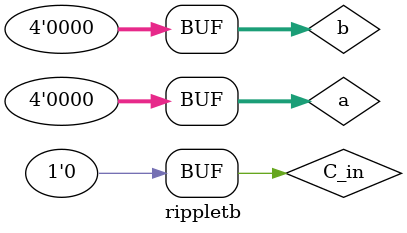
<source format=v>
`timescale 1ns/100ps
module fulladder_ckt(S,C_out,C_in,a,b);
    input  C_in,a,b;
    output C_out,S;
    wire t1,t2,t3;
    xor #4 c1(t1,a,b);
    xor #4 c2(S,t1,C_in);
    and #5 c3(t2,a,b);
    and #5 c4(t3,t1,C_in);
    or  #3 c5(C_out,t3,t2);
endmodule

module ripplecarry_ckt(S,C_out,C_in,A,B);
     input  [3:0]A,B;
     input  C_in;
     output [3:0]S;
     output C_out;
     wire   [2:0]t;     
    fulladder_ckt ckt1(S[0],t[0],C_in,A[0],B[0]);
    fulladder_ckt ckt2(S[1],t[1],t[0],A[1],B[1]);
    fulladder_ckt ckt3(S[2],t[2],t[1],A[2],B[2]);
    fulladder_ckt ckt4(S[3],C_out,t[2],A[3],B[3]);
   // fulladder_ckt ckt5(S[3],S[4],t[2],A[3],B[3]);  
endmodule     

module rippletb;
  reg  [3:0]a,b;
  reg  C_in;
  wire [3:0]S;
  wire  C_Out;     
  ripplecarry_ckt  ckt(S,C_out,C_in,a,b);
      initial begin
       
           $dumpfile("ripplecarry_ckt.vcd");
           $dumpvars(0,rippletb);
           $monitor(S,C_out,C_in,a,b);
         //#5 C_in=1;a=4'b0000;b=4'b0000;
          C_in=1;a=4'b1010;b=4'b0101;
         #65 C_in=0;a=4'b0000;b=4'b0000;
         #5  C_in=0;
      end
   endmodule      

</source>
